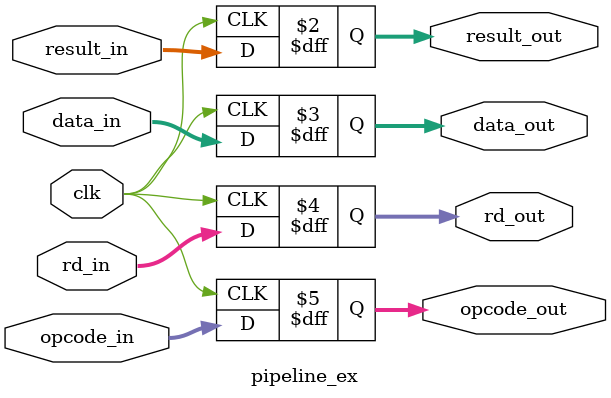
<source format=sv>
module pipeline_ex (
    input clk,
    input  [31:0] result_in,
    input  [31:0] data_in,
    input [4:0] rd_in,
    input [6:0] opcode_in,
    output reg [31:0] result_out,
    output reg [31:0] data_out,
    output reg [4:0] rd_out,
    output reg [6:0] opcode_out
);

always @(negedge clk ) begin
   result_out <= result_in; 
   data_out <= data_in;
   rd_out <= rd_in;
   opcode_out <= opcode_in;
end
    
endmodule
</source>
